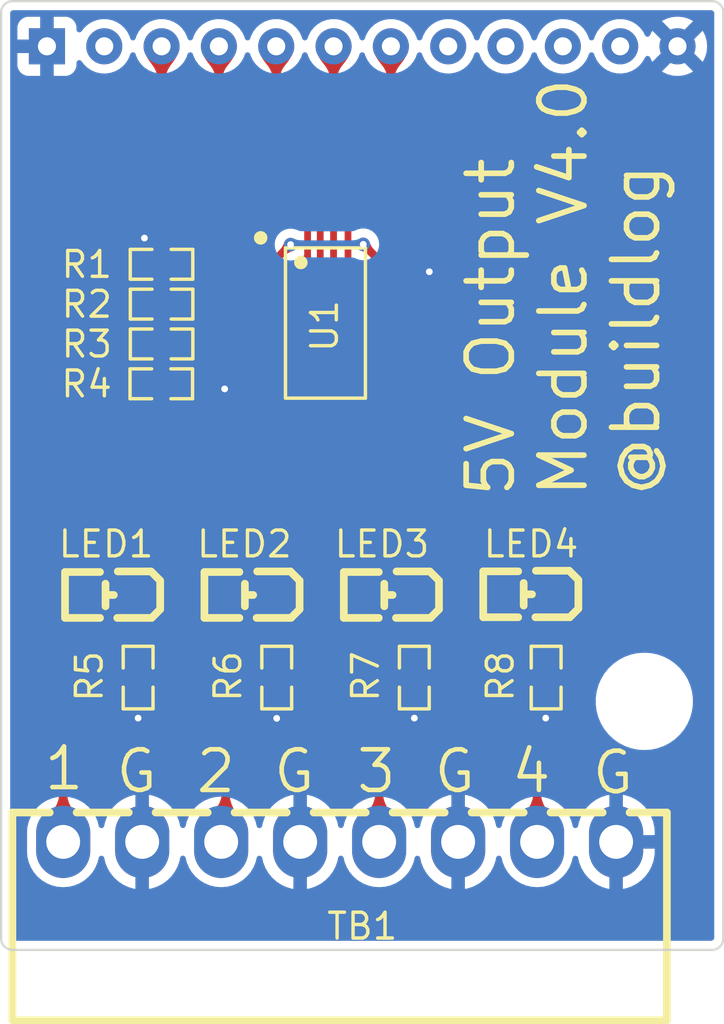
<source format=kicad_pcb>
(kicad_pcb (version 20211014) (generator pcbnew)
  (layers (0 "F.Cu" signal) (31 "B.Cu" signal) (34 "B.Paste" user) (35 "F.Paste" user) (36 "B.SilkS" user "B.Silkscreen") (37 "F.SilkS" user "F.Silkscreen") (38 "B.Mask" user) (39 "F.Mask" user) (44 "Edge.Cuts" user))
  (net 0 "")
  (net 1 "OUT2")
  (net 2 "OUT4")
  (net 3 "OUT1")
  (net 4 "+5V")
  (net 5 "GND")
  (net 6 "OUT3")
  (net 7 "U1_17")
  (net 8 "U1_15")
  (net 9 "U1_16")
  (net 10 "U1_18")
  (net 11 "LED1_2")
  (net 12 "LED4_2")
  (net 13 "LED3_2")
  (net 14 "LED2_2")
  (footprint "easyeda:R0603" (layer "F.Cu") (at 141.8767 108.928663 90)
    (fp_text reference "R6")
    (fp_text value "5.1kΩ" hide)
  )
  (footprint "easyeda:LED0805-R-RD" (layer "F.Cu") (at 146.8422 105.272663 180)
    (fp_text reference "LED3")
    (fp_text value "SZYY0805G" hide)
  )
  (footprint "easyeda:R0603" (layer "F.Cu") (at 136.7747 94.159329)
    (fp_text reference "R3")
    (fp_text value "10kΩ" hide)
  )
  (footprint "easyeda:R0603" (layer "F.Cu") (at 147.9727 108.928663 -90)
    (fp_text reference "R7")
    (fp_text value "5.1kΩ" hide)
  )
  (footprint "easyeda:CONN-TH_8P-P3.50_KF2EDGR-3.5-8P" (layer "F.Cu") (at 144.6647 116.202663)
    (fp_text reference "TB1")
    (fp_text value "KF2EDGR-3.5-8P" hide)
  )
  (footprint "easyeda:R0603" (layer "F.Cu") (at 136.7617 95.922663)
    (fp_text reference "R4")
    (fp_text value "10kΩ" hide)
  )
  (footprint "easyeda:LED0805-R-RD" (layer "F.Cu") (at 153.0187 105.242663 180)
    (fp_text reference "LED4")
    (fp_text value "SZYY0805G" hide)
  )
  (footprint "easyeda:R0603" (layer "F.Cu") (at 136.7717 90.632663)
    (fp_text reference "R1")
    (fp_text value "10kΩ" hide)
  )
  (footprint "easyeda:R0603" (layer "F.Cu") (at 135.7347 108.928663 90)
    (fp_text reference "R5")
    (fp_text value "5.1kΩ" hide)
  )
  (footprint "easyeda:LED0805-R-RD" (layer "F.Cu") (at 140.6657 105.272663 180)
    (fp_text reference "LED2")
    (fp_text value "SZYY0805G" hide)
  )
  (footprint "easyeda:LED0805-R-RD" (layer "F.Cu") (at 134.4892 105.272663 180)
    (fp_text reference "LED1")
    (fp_text value "SZYY0805G" hide)
  )
  (footprint "easyeda:R0603" (layer "F.Cu") (at 153.8147 108.928663 -90)
    (fp_text reference "R8")
    (fp_text value "5.1kΩ" hide)
  )
  (footprint "easyeda:TSSOP-20_L6.5-W4.4-P0.65-LS6.4-BL" (layer "F.Cu") (at 144.0347 93.232663 -90)
    (fp_text reference "U1")
    (fp_text value "MC74ACT245DTR2G" hide)
  )
  (footprint "easyeda:6 PACK MODULE PCB BOTTOM_3D" (layer "F.Cu") (at 159.6347 80.982663)
    (fp_text reference "MOD1" hide)
    (fp_text value "6 Pack Module Pins Bottom 3D" hide)
    (fp_line (start -29.47 40) (end 1.53 40) (layer "Edge.Cuts") (width 0.1))
    (fp_line (start -29.97 -1.5) (end -29.97 39.5) (layer "Edge.Cuts") (width 0.1))
    (fp_line (start 2.03 39.5) (end 2.03 -1.5) (layer "Edge.Cuts") (width 0.1))
    (fp_line (start 1.53 -2) (end -29.47 -2) (layer "Edge.Cuts") (width 0.1))
    (fp_arc (start -29.47 40) (mid -29.823553 39.853553) (end -29.97 39.5) (layer "Edge.Cuts") (width 0.1))
    (fp_arc (start 1.53 -2) (mid 1.883553 -1.853553) (end 2.03 -1.5) (layer "Edge.Cuts") (width 0.1))
    (fp_arc (start -29.97 -1.5) (mid -29.823553 -1.853553) (end -29.47 -2) (layer "Edge.Cuts") (width 0.1))
    (fp_arc (start 2.03 39.5) (mid 1.883553 39.853553) (end 1.53 40) (layer "Edge.Cuts") (width 0.1))
  )
  (footprint "easyeda:R0603" (layer "F.Cu") (at 136.7747 92.395996)
    (fp_text reference "R2")
    (fp_text value "10kΩ" hide)
  )
  (gr_text "G" (at 134.635 113.08) (layer "F.SilkS") (effects (font (size 1.8 1.8) (thickness 0.203)) (justify left)))
  (gr_text "3" (at 145.303 113.08) (layer "F.SilkS") (effects (font (size 1.8 1.8) (thickness 0.203)) (justify left)))
  (gr_text "5V Output \nModule V4.0 \n@buildlog" (at 154.5767 101.054663 90) (layer "F.SilkS") (effects (font (size 2 2) (thickness 0.25)) (justify left)))
  (gr_text "4" (at 152.161 113.08) (layer "F.SilkS") (effects (font (size 1.8 1.8) (thickness 0.203)) (justify left)))
  (gr_text "2" (at 138.191 113.08) (layer "F.SilkS") (effects (font (size 1.8 1.8) (thickness 0.203)) (justify left)))
  (gr_text "G" (at 148.732 113.08) (layer "F.SilkS") (effects (font (size 1.8 1.8) (thickness 0.203)) (justify left)))
  (gr_text "1" (at 131.46 112.953) (layer "F.SilkS") (effects (font (size 1.8 1.8) (thickness 0.203)) (justify left)))
  (gr_text "G" (at 155.74 113.14) (layer "F.SilkS") (effects (font (size 1.8 1.8) (thickness 0.203)) (justify left)))
  (gr_text "G" (at 141.62 113.08) (layer "F.SilkS") (effects (font (size 1.8 1.8) (thickness 0.203)) (justify left)))
  (segment (start 143.8047 90.522663) (end 143.8047 86.372663) (width 0.3) (layer "F.Cu") (net 1))
  (segment (start 141.1637 91.607663) (end 142.7197 91.607663) (width 0.3) (layer "F.Cu") (net 1))
  (segment (start 138.821367 92.395996) (end 139.6097 91.607663) (width 0.3) (layer "F.Cu") (net 1))
  (segment (start 143.8047 86.372663) (end 141.8547 84.422663) (width 0.3) (layer "F.Cu") (net 1))
  (segment (start 142.7197 91.607663) (end 143.8047 90.522663) (width 0.3) (layer "F.Cu") (net 1))
  (segment (start 141.8547 84.422663) (end 141.8547 80.982663) (width 0.3) (layer "F.Cu") (net 1))
  (segment (start 139.6097 91.607663) (end 141.1637 91.607663) (width 0.3) (layer "F.Cu") (net 1))
  (segment (start 137.5277 92.395996) (end 138.821367 92.395996) (width 0.3) (layer "F.Cu") (net 1))
  (segment (start 139.6947 93.542663) (end 140.3297 92.907663) (width 0.3) (layer "F.Cu") (net 2))
  (segment (start 140.3297 92.907663) (end 141.1637 92.907663) (width 0.3) (layer "F.Cu") (net 2))
  (segment (start 146.9347 80.982663) (end 146.9347 84.292663) (width 0.3) (layer "F.Cu") (net 2))
  (segment (start 137.5147 95.922663) (end 138.1547 95.922663) (width 0.3) (layer "F.Cu") (net 2))
  (segment (start 145.0347 91.102663) (end 143.2297 92.907663) (width 0.3) (layer "F.Cu") (net 2))
  (segment (start 138.1547 95.922663) (end 139.6947 94.382663) (width 0.3) (layer "F.Cu") (net 2))
  (segment (start 145.0347 86.192663) (end 145.0347 91.102663) (width 0.3) (layer "F.Cu") (net 2))
  (segment (start 143.2297 92.907663) (end 141.1637 92.907663) (width 0.3) (layer "F.Cu") (net 2))
  (segment (start 139.6947 94.382663) (end 139.6947 93.542663) (width 0.3) (layer "F.Cu") (net 2))
  (segment (start 146.9347 84.292663) (end 145.0347 86.192663) (width 0.3) (layer "F.Cu") (net 2))
  (segment (start 139.1747 90.632663) (end 139.4997 90.957663) (width 0.3) (layer "F.Cu") (net 3))
  (segment (start 137.5247 90.632663) (end 139.1747 90.632663) (width 0.3) (layer "F.Cu") (net 3))
  (segment (start 143.2447 90.292663) (end 142.5797 90.957663) (width 0.3) (layer "F.Cu") (net 3))
  (segment (start 139.4997 90.957663) (end 141.1637 90.957663) (width 0.3) (layer "F.Cu") (net 3))
  (segment (start 143.2447 88.572663) (end 143.2447 90.292663) (width 0.3) (layer "F.Cu") (net 3))
  (segment (start 139.3147 80.982663) (end 139.3147 84.642663) (width 0.3) (layer "F.Cu") (net 3))
  (segment (start 139.3147 84.642663) (end 143.2447 88.572663) (width 0.3) (layer "F.Cu") (net 3))
  (segment (start 142.5797 90.957663) (end 141.1637 90.957663) (width 0.3) (layer "F.Cu") (net 3))
  (segment (start 141.1637 90.307663) (end 141.942337 90.307663) (width 0.35) (layer "F.Cu") (net 4))
  (segment (start 146.257663 90.297663) (end 145.71 89.75) (width 0.35) (layer "F.Cu") (net 4))
  (segment (start 139.7497 90.307663) (end 136.7747 87.332663) (width 0.35) (layer "F.Cu") (net 4))
  (segment (start 141.1637 90.307663) (end 139.7497 90.307663) (width 0.35) (layer "F.Cu") (net 4))
  (segment (start 146.9057 90.307663) (end 146.267663 90.307663) (width 0.25) (layer "F.Cu") (net 4))
  (segment (start 136.7747 87.332663) (end 136.7747 80.982663) (width 0.35) (layer "F.Cu") (net 4))
  (segment (start 141.942337 90.307663) (end 142.49 89.76) (width 0.35) (layer "F.Cu") (net 4))
  (segment (start 146.267663 90.307663) (end 146.257663 90.297663) (width 0.25) (layer "F.Cu") (net 4))
  (via (at 142.49 89.76) (size 0.6) (drill 0.3) (layers "F.Cu" "B.Cu") (net 4))
  (via (at 145.71 89.75) (size 0.6) (drill 0.3) (layers "F.Cu" "B.Cu") (net 4))
  (segment (start 145.71 89.75) (end 142.5 89.75) (width 0.35) (layer "B.Cu") (net 4))
  (segment (start 142.5 89.75) (end 142.49 89.76) (width 0.35) (layer "B.Cu") (net 4))
  (segment (start 135.7347 109.681663) (end 135.7347 110.722663) (width 0.3) (layer "F.Cu") (net 5))
  (segment (start 136.0087 95.922663) (end 136.0087 94.172329) (width 0.3) (layer "F.Cu") (net 5))
  (segment (start 147.9747 109.682163) (end 147.9747 110.723163) (width 0.3) (layer "F.Cu") (net 5))
  (segment (start 136.0217 92.395996) (end 136.0217 90.635663) (width 0.3) (layer "F.Cu") (net 5))
  (segment (start 141.179234 96.15) (end 139.489234 96.15) (width 0.3) (layer "F.Cu") (net 5))
  (segment (start 136.0087 94.172329) (end 136.0217 94.159329) (width 0.3) (layer "F.Cu") (net 5))
  (segment (start 153.7947 109.682163) (end 153.7947 110.723163) (width 0.3) (layer "F.Cu") (net 5))
  (segment (start 141.1637 96.157663) (end 141.1637 93.557663) (width 0.3) (layer "F.Cu") (net 5))
  (segment (start 136.0087 90.642663) (end 136.0187 90.632663) (width 0.3) (layer "F.Cu") (net 5))
  (segment (start 141.8747 109.692163) (end 141.8747 110.733163) (width 0.3) (layer "F.Cu") (net 5))
  (segment (start 136.0217 90.635663) (end 136.0187 90.632663) (width 0.3) (layer "F.Cu") (net 5))
  (segment (start 146.787794 90.957509) (end 148.631794 90.957509) (width 0.25) (layer "F.Cu") (net 5))
  (segment (start 136.0217 94.159329) (end 136.0217 92.395996) (width 0.3) (layer "F.Cu") (net 5))
  (segment (start 148.631794 90.957509) (end 148.636794 90.962509) (width 0.25) (layer "F.Cu") (net 5))
  (segment (start 136.0147 90.512663) (end 136.0147 89.471663) (width 0.3) (layer "F.Cu") (net 5))
  (via (at 147.9747 110.723163) (size 0.6) (drill 0.3) (layers "F.Cu" "B.Cu") (net 5))
  (via (at 153.7947 110.723163) (size 0.6) (drill 0.3) (layers "F.Cu" "B.Cu") (net 5))
  (via (at 136.0147 89.471663) (size 0.6) (drill 0.3) (layers "F.Cu" "B.Cu") (net 5))
  (via (at 135.7347 110.722663) (size 0.6) (drill 0.3) (layers "F.Cu" "B.Cu") (net 5))
  (via (at 139.569234 96.15) (size 0.6) (drill 0.3) (layers "F.Cu" "B.Cu") (net 5))
  (via (at 141.8747 110.733163) (size 0.6) (drill 0.3) (layers "F.Cu" "B.Cu") (net 5))
  (via (at 148.636794 90.962509) (size 0.6) (drill 0.3) (layers "F.Cu" "B.Cu") (net 5))
  (segment (start 137.5277 94.159329) (end 138.108034 94.159329) (width 0.3) (layer "F.Cu") (net 6))
  (segment (start 144.3947 90.822663) (end 142.9597 92.257663) (width 0.3) (layer "F.Cu") (net 6))
  (segment (start 140.0097 92.257663) (end 141.1637 92.257663) (width 0.3) (layer "F.Cu") (net 6))
  (segment (start 144.3947 80.982663) (end 144.3947 90.822663) (width 0.3) (layer "F.Cu") (net 6))
  (segment (start 138.108034 94.159329) (end 140.0097 92.257663) (width 0.3) (layer "F.Cu") (net 6))
  (segment (start 142.9597 92.257663) (end 141.1637 92.257663) (width 0.3) (layer "F.Cu") (net 6))
  (segment (start 143.8047 94.162663) (end 145.7097 92.257663) (width 0.3) (layer "F.Cu") (net 7))
  (segment (start 139.6157 116.001663) (end 139.6157 105.086663) (width 0.3) (layer "F.Cu") (net 7))
  (segment (start 145.7097 92.257663) (end 146.9057 92.257663) (width 0.3) (layer "F.Cu") (net 7))
  (segment (start 139.4147 116.202663) (end 139.6157 116.001663) (width 0.3) (layer "F.Cu") (net 7))
  (segment (start 143.8047 100.897663) (end 143.8047 94.162663) (width 0.3) (layer "F.Cu") (net 7))
  (segment (start 139.6157 105.086663) (end 143.8047 100.897663) (width 0.3) (layer "F.Cu") (net 7))
  (segment (start 151.9687 105.056663) (end 151.9687 111.936663) (width 0.3) (layer "F.Cu") (net 8))
  (segment (start 151.9687 105.029663) (end 145.0347 98.095663) (width 0.3) (layer "F.Cu") (net 8))
  (segment (start 145.0347 94.621663) (end 146.0987 93.557663) (width 0.3) (layer "F.Cu") (net 8))
  (segment (start 151.9687 111.936663) (end 153.4147 113.382663) (width 0.3) (layer "F.Cu") (net 8))
  (segment (start 153.4147 113.382663) (end 153.4147 116.202663) (width 0.3) (layer "F.Cu") (net 8))
  (segment (start 145.0347 98.095663) (end 145.0347 94.621663) (width 0.3) (layer "F.Cu") (net 8))
  (segment (start 151.9687 105.215663) (end 151.9687 105.242663) (width 0.3) (layer "F.Cu") (net 8))
  (segment (start 146.0987 93.557663) (end 146.9057 93.557663) (width 0.3) (layer "F.Cu") (net 8))
  (segment (start 146.4147 113.422663) (end 145.7922 112.800163) (width 0.3) (layer "F.Cu") (net 9))
  (segment (start 145.8697 92.907663) (end 146.9057 92.907663) (width 0.3) (layer "F.Cu") (net 9))
  (segment (start 146.4147 116.202663) (end 146.4147 113.422663) (width 0.3) (layer "F.Cu") (net 9))
  (segment (start 144.4347 94.342663) (end 145.8697 92.907663) (width 0.3) (layer "F.Cu") (net 9))
  (segment (start 145.7922 112.800163) (end 145.7922 105.080163) (width 0.3) (layer "F.Cu") (net 9))
  (segment (start 145.7922 105.080163) (end 144.4347 103.722663) (width 0.3) (layer "F.Cu") (net 9))
  (segment (start 144.4347 103.722663) (end 144.4347 94.342663) (width 0.3) (layer "F.Cu") (net 9))
  (segment (start 143.1847 93.892663) (end 145.4697 91.607663) (width 0.3) (layer "F.Cu") (net 10))
  (segment (start 132.4147 116.202663) (end 132.4147 113.362663) (width 0.3) (layer "F.Cu") (net 10))
  (segment (start 133.4392 112.338163) (end 133.4392 105.086663) (width 0.3) (layer "F.Cu") (net 10))
  (segment (start 145.4697 91.607663) (end 146.9057 91.607663) (width 0.3) (layer "F.Cu") (net 10))
  (segment (start 132.4147 113.362663) (end 133.4392 112.338163) (width 0.3) (layer "F.Cu") (net 10))
  (segment (start 139.2347 102.082663) (end 143.1847 98.132663) (width 0.3) (layer "F.Cu") (net 10))
  (segment (start 136.4432 102.082663) (end 139.2347 102.082663) (width 0.3) (layer "F.Cu") (net 10))
  (segment (start 143.1847 98.132663) (end 143.1847 93.892663) (width 0.3) (layer "F.Cu") (net 10))
  (segment (start 133.4392 105.086663) (end 136.4432 102.082663) (width 0.3) (layer "F.Cu") (net 10))
  (segment (start 135.7347 105.468163) (end 135.5392 105.272663) (width 0.3) (layer "F.Cu") (net 11))
  (segment (start 135.7347 108.175663) (end 135.7347 105.282163) (width 0.3) (layer "F.Cu") (net 11))
  (segment (start 154.0687 107.921663) (end 153.8147 108.175663) (width 0.3) (layer "F.Cu") (net 12))
  (segment (start 154.0687 105.056663) (end 154.0687 107.921663) (width 0.3) (layer "F.Cu") (net 12))
  (segment (start 147.9727 108.175663) (end 147.9727 105.167163) (width 0.3) (layer "F.Cu") (net 13))
  (segment (start 147.9727 105.353163) (end 147.8922 105.272663) (width 0.3) (layer "F.Cu") (net 13))
  (segment (start 141.8767 108.175663) (end 141.8767 105.247663) (width 0.3) (layer "F.Cu") (net 14))
  (segment (start 141.8767 105.433663) (end 141.7157 105.272663) (width 0.3) (layer "F.Cu") (net 14))
  (zone (net 14) (net_name "LED2_2") (layer "F.Cu") (priority 16962) (connect_pads yes (clearance 0)) (min_thickness 0.0254) (fill yes (thermal_gap 0.508) (thermal_bridge_width 0.508))
    (polygon (pts (xy 141.7267 107.372663) (xy 141.724021 107.463945) (xy 141.716231 107.541031) (xy 141.703696 107.606865) (xy 141.686785 107.664392) (xy 141.665864 107.716557) (xy 141.641303 107.766303) (xy 141.613468 107.816576) (xy 141.582728 107.87032) (xy 141.549449 107.93048) (xy 141.514 108) (xy 141.8767 108.377163) (xy 142.2394 108) (xy 142.20395 107.93048) (xy 142.170671 107.87032) (xy 142.139931 107.816576) (xy 142.112096 107.766303) (xy 142.087535 107.716557) (xy 142.066614 107.664392) (xy 142.049703 107.606865) (xy 142.037168 107.541031) (xy 142.029378 107.463945) (xy 142.0267 107.372663)))
  )
  (zone (net 2) (net_name "OUT4") (layer "F.Cu") (priority 16962) (connect_pads yes (clearance 0)) (min_thickness 0.0254) (fill yes (thermal_gap 0.508) (thermal_bridge_width 0.508))
    (polygon (pts (xy 138.170963 95.694268) (xy 138.119731 95.735848) (xy 138.071355 95.756826) (xy 138.025029 95.760343) (xy 137.979945 95.749542) (xy 137.935297 95.727563) (xy 137.890278 95.697548) (xy 137.844082 95.662639) (xy 137.795902 95.625978) (xy 137.744931 95.590705) (xy 137.690363 95.559963) (xy 137.3132 95.922663) (xy 137.799664 96.207627) (xy 137.857157 96.158035) (xy 137.912998 96.123641) (xy 137.967878 96.100368) (xy 138.022486 96.08414) (xy 138.077512 96.07088) (xy 138.133648 96.05651) (xy 138.191584 96.036954) (xy 138.25201 96.008135) (xy 138.315617 95.965976) (xy 138.383095 95.9064)))
  )
  (zone (net 1) (net_name "OUT2") (layer "F.Cu") (priority 16962) (connect_pads yes (clearance 0)) (min_thickness 0.0254) (fill yes (thermal_gap 0.508) (thermal_bridge_width 0.508))
    (polygon (pts (xy 138.3307 92.245996) (xy 138.239417 92.243317) (xy 138.162331 92.235527) (xy 138.096497 92.222992) (xy 138.03897 92.206081) (xy 137.986805 92.18516) (xy 137.937059 92.160599) (xy 137.886786 92.132764) (xy 137.833042 92.102024) (xy 137.772882 92.068745) (xy 137.703363 92.033296) (xy 137.3262 92.395996) (xy 137.703363 92.758696) (xy 137.772882 92.723246) (xy 137.833042 92.689967) (xy 137.886786 92.659227) (xy 137.937059 92.631392) (xy 137.986805 92.606831) (xy 138.03897 92.58591) (xy 138.096497 92.568999) (xy 138.162331 92.556464) (xy 138.239417 92.548674) (xy 138.3307 92.545996)))
  )
  (zone (net 8) (net_name "U1_15") (layer "F.Cu") (priority 16962) (connect_pads yes (clearance 0)) (min_thickness 0.0254) (fill yes (thermal_gap 0.508) (thermal_bridge_width 0.508))
    (polygon (pts (xy 146.5437 93.707663) (xy 146.584517 93.707331) (xy 146.622162 93.706544) (xy 146.656779 93.705616) (xy 146.688511 93.70486) (xy 146.717502 93.704588) (xy 146.743896 93.705114) (xy 146.767836 93.706752) (xy 146.789466 93.709813) (xy 146.808929 93.714613) (xy 146.826369 93.721463) (xy 146.9967 93.557663) (xy 146.826369 93.393863) (xy 146.808929 93.400712) (xy 146.789466 93.405512) (xy 146.767836 93.408573) (xy 146.743896 93.410211) (xy 146.717502 93.410737) (xy 146.688511 93.410465) (xy 146.656779 93.409709) (xy 146.622162 93.408781) (xy 146.584517 93.407994) (xy 146.5437 93.407663)))
  )
  (zone (net 5) (net_name "GND") (layer "F.Cu") (priority 16962) (connect_pads yes (clearance 0)) (min_thickness 0.0254) (fill yes (thermal_gap 0.508) (thermal_bridge_width 0.508))
    (polygon (pts (xy 141.3137 93.919663) (xy 141.313368 93.878845) (xy 141.312581 93.8412) (xy 141.311653 93.806583) (xy 141.310897 93.774851) (xy 141.310625 93.74586) (xy 141.311151 93.719466) (xy 141.312789 93.695526) (xy 141.31585 93.673896) (xy 141.32065 93.654433) (xy 141.3275 93.636994) (xy 141.1637 93.466663) (xy 140.9999 93.636994) (xy 141.006749 93.654433) (xy 141.011549 93.673896) (xy 141.01461 93.695526) (xy 141.016248 93.719466) (xy 141.016774 93.74586) (xy 141.016502 93.774851) (xy 141.015746 93.806583) (xy 141.014818 93.8412) (xy 141.014031 93.878845) (xy 141.0137 93.919663)))
  )
  (zone (net 5) (net_name "GND") (layer "F.Cu") (priority 16962) (connect_pads yes (clearance 0)) (min_thickness 0.0254) (fill yes (thermal_gap 0.508) (thermal_bridge_width 0.508))
    (polygon (pts (xy 135.8647 89.819663) (xy 135.862078 89.912641) (xy 135.854444 89.991212) (xy 135.842142 90.058372) (xy 135.825516 90.117115) (xy 135.804913 90.170436) (xy 135.780677 90.221331) (xy 135.753153 90.272794) (xy 135.722686 90.327821) (xy 135.689621 90.389407) (xy 135.654304 90.460547) (xy 136.020665 90.834153) (xy 136.379669 90.45347) (xy 136.343252 90.383524) (xy 136.309276 90.322914) (xy 136.278069 90.268686) (xy 136.249959 90.217885) (xy 136.225274 90.167558) (xy 136.204342 90.114752) (xy 136.18749 90.056513) (xy 136.175047 89.989887) (xy 136.167341 89.911922) (xy 136.1647 89.819663)))
  )
  (zone (net 1) (net_name "OUT2") (layer "F.Cu") (priority 16962) (connect_pads yes (clearance 0)) (min_thickness 0.0254) (fill yes (thermal_gap 0.508) (thermal_bridge_width 0.508))
    (polygon (pts (xy 142.0047 82.572663) (xy 142.013611 82.386502) (xy 142.038918 82.233059) (xy 142.078481 82.105234) (xy 142.130156 81.995927) (xy 142.191805 81.898038) (xy 142.261285 81.804468) (xy 142.336455 81.708116) (xy 142.415175 81.601883) (xy 142.495304 81.478669) (xy 142.5747 81.331374) (xy 141.8547 80.582663) (xy 141.1347 81.331374) (xy 141.214095 81.478669) (xy 141.294224 81.601883) (xy 141.372944 81.708116) (xy 141.448114 81.804468) (xy 141.517594 81.898038) (xy 141.579243 81.995927) (xy 141.630918 82.105234) (xy 141.670481 82.233059) (xy 141.695788 82.386502) (xy 141.7047 82.572663)))
  )
  (zone (net 5) (net_name "GND") (layer "F.Cu") (priority 16962) (connect_pads yes (clearance 0)) (min_thickness 0.0254) (fill yes (thermal_gap 0.508) (thermal_bridge_width 0.508))
    (polygon (pts (xy 148.041794 91.082509) (xy 148.108509 91.084209) (xy 148.165166 91.089212) (xy 148.213808 91.097368) (xy 148.256477 91.108529) (xy 148.295217 91.122545) (xy 148.33207 91.139268) (xy 148.369079 91.158549) (xy 148.408286 91.18024) (xy 148.451736 91.204191) (xy 148.501471 91.230254) (xy 148.786772 90.965051) (xy 148.510622 90.690332) (xy 148.459362 90.715055) (xy 148.414669 90.737897) (xy 148.374446 90.758686) (xy 148.336593 90.777254) (xy 148.299014 90.79343) (xy 148.25961 90.807046) (xy 148.216284 90.817932) (xy 148.166937 90.825917) (xy 148.109473 90.830832) (xy 148.041794 90.832509)))
  )
  (zone (net 6) (net_name "OUT3") (layer "F.Cu") (priority 16962) (connect_pads yes (clearance 0)) (min_thickness 0.0254) (fill yes (thermal_gap 0.508) (thermal_bridge_width 0.508))
    (polygon (pts (xy 140.8017 92.407663) (xy 140.842517 92.407331) (xy 140.880162 92.406544) (xy 140.914779 92.405616) (xy 140.946511 92.40486) (xy 140.975502 92.404588) (xy 141.001896 92.405114) (xy 141.025836 92.406752) (xy 141.047466 92.409813) (xy 141.066929 92.414613) (xy 141.084369 92.421463) (xy 141.2547 92.257663) (xy 141.084369 92.093863) (xy 141.066929 92.100712) (xy 141.047466 92.105512) (xy 141.025836 92.108573) (xy 141.001896 92.110211) (xy 140.975502 92.110737) (xy 140.946511 92.110465) (xy 140.914779 92.109709) (xy 140.880162 92.108781) (xy 140.842517 92.107994) (xy 140.8017 92.107663)))
  )
  (zone (net 5) (net_name "GND") (layer "F.Cu") (priority 16962) (connect_pads yes (clearance 0)) (min_thickness 0.0254) (fill yes (thermal_gap 0.508) (thermal_bridge_width 0.508))
    (polygon (pts (xy 153.6447 110.133163) (xy 153.643574 110.199078) (xy 153.640164 110.255652) (xy 153.634421 110.304723) (xy 153.626294 110.348126) (xy 153.615734 110.387699) (xy 153.602691 110.425278) (xy 153.587116 110.462701) (xy 153.568959 110.501803) (xy 153.54817 110.544423) (xy 153.5247 110.592397) (xy 153.7947 110.873163) (xy 154.0647 110.592397) (xy 154.041229 110.544423) (xy 154.02044 110.501803) (xy 154.002283 110.462701) (xy 153.986708 110.425278) (xy 153.973665 110.387699) (xy 153.963105 110.348126) (xy 153.954978 110.304723) (xy 153.949235 110.255652) (xy 153.945825 110.199078) (xy 153.9447 110.133163)))
  )
  (zone (net 11) (net_name "LED1_2") (layer "F.Cu") (priority 16962) (connect_pads yes (clearance 0)) (min_thickness 0.0254) (fill yes (thermal_gap 0.508) (thermal_bridge_width 0.508))
    (polygon (pts (xy 135.8847 106.242163) (xy 135.88838 106.110945) (xy 135.89847 106.000326) (xy 135.91354 105.905674) (xy 135.93216 105.822353) (xy 135.952901 105.745729) (xy 135.974334 105.671169) (xy 135.99503 105.594038) (xy 136.01356 105.509702) (xy 136.028494 105.413527) (xy 136.038403 105.300879) (xy 135.443099 105.041872) (xy 135.207556 105.646844) (xy 135.27304 105.702679) (xy 135.333572 105.751857) (xy 135.388696 105.797181) (xy 135.437953 105.841458) (xy 135.480887 105.88749) (xy 135.51704 105.938084) (xy 135.545955 105.996043) (xy 135.567175 106.064173) (xy 135.580242 106.145278) (xy 135.5847 106.242163)))
  )
  (zone (net 5) (net_name "GND") (layer "F.Cu") (priority 16962) (connect_pads yes (clearance 0)) (min_thickness 0.0254) (fill yes (thermal_gap 0.508) (thermal_bridge_width 0.508))
    (polygon (pts (xy 135.8717 91.592996) (xy 135.869021 91.684278) (xy 135.861231 91.761364) (xy 135.848696 91.827198) (xy 135.831785 91.884725) (xy 135.810864 91.93689) (xy 135.786303 91.986636) (xy 135.758468 92.036909) (xy 135.727728 92.090653) (xy 135.694449 92.150813) (xy 135.659 92.220333) (xy 136.0217 92.597496) (xy 136.3844 92.220333) (xy 136.34895 92.150813) (xy 136.315671 92.090653) (xy 136.284931 92.036909) (xy 136.257096 91.986636) (xy 136.232535 91.93689) (xy 136.211614 91.884725) (xy 136.194703 91.827198) (xy 136.182168 91.761364) (xy 136.174378 91.684278) (xy 136.1717 91.592996)))
  )
  (zone (net 11) (net_name "LED1_2") (layer "F.Cu") (priority 16962) (connect_pads yes (clearance 0)) (min_thickness 0.0254) (fill yes (thermal_gap 0.508) (thermal_bridge_width 0.508))
    (polygon (pts (xy 135.5847 107.372663) (xy 135.582021 107.463945) (xy 135.574231 107.541031) (xy 135.561696 107.606865) (xy 135.544785 107.664392) (xy 135.523864 107.716557) (xy 135.499303 107.766303) (xy 135.471468 107.816576) (xy 135.440728 107.87032) (xy 135.407449 107.93048) (xy 135.372 108) (xy 135.7347 108.377163) (xy 136.0974 108) (xy 136.06195 107.93048) (xy 136.028671 107.87032) (xy 135.997931 107.816576) (xy 135.970096 107.766303) (xy 135.945535 107.716557) (xy 135.924614 107.664392) (xy 135.907703 107.606865) (xy 135.895168 107.541031) (xy 135.887378 107.463945) (xy 135.8847 107.372663)))
  )
  (zone (net 6) (net_name "OUT3") (layer "F.Cu") (priority 16962) (connect_pads yes (clearance 0)) (min_thickness 0.0254) (fill yes (thermal_gap 0.508) (thermal_bridge_width 0.508))
    (polygon (pts (xy 141.5257 92.107663) (xy 141.484882 92.107994) (xy 141.447237 92.108781) (xy 141.41262 92.109709) (xy 141.380888 92.110465) (xy 141.351897 92.110737) (xy 141.325503 92.110211) (xy 141.301563 92.108573) (xy 141.279933 92.105512) (xy 141.26047 92.100712) (xy 141.243031 92.093863) (xy 141.0727 92.257663) (xy 141.243031 92.421463) (xy 141.26047 92.414613) (xy 141.279933 92.409813) (xy 141.301563 92.406752) (xy 141.325503 92.405114) (xy 141.351897 92.404588) (xy 141.380888 92.40486) (xy 141.41262 92.405616) (xy 141.447237 92.406544) (xy 141.484882 92.407331) (xy 141.5257 92.407663)))
  )
  (zone (net 5) (net_name "GND") (layer "F.Cu") (priority 16962) (connect_pads yes (clearance 0)) (min_thickness 0.0254) (fill yes (thermal_gap 0.508) (thermal_bridge_width 0.508))
    (polygon (pts (xy 147.8247 110.133163) (xy 147.823574 110.199078) (xy 147.820164 110.255652) (xy 147.814421 110.304723) (xy 147.806294 110.348126) (xy 147.795734 110.387699) (xy 147.782691 110.425278) (xy 147.767116 110.462701) (xy 147.748959 110.501803) (xy 147.72817 110.544423) (xy 147.7047 110.592397) (xy 147.9747 110.873163) (xy 148.2447 110.592397) (xy 148.221229 110.544423) (xy 148.20044 110.501803) (xy 148.182283 110.462701) (xy 148.166708 110.425278) (xy 148.153665 110.387699) (xy 148.143105 110.348126) (xy 148.134978 110.304723) (xy 148.129235 110.255652) (xy 148.125825 110.199078) (xy 148.1247 110.133163)))
  )
  (zone (net 2) (net_name "OUT4") (layer "F.Cu") (priority 16962) (connect_pads yes (clearance 0)) (min_thickness 0.0254) (fill yes (thermal_gap 0.508) (thermal_bridge_width 0.508))
    (polygon (pts (xy 141.5257 92.757663) (xy 141.484882 92.757994) (xy 141.447237 92.758781) (xy 141.41262 92.759709) (xy 141.380888 92.760465) (xy 141.351897 92.760737) (xy 141.325503 92.760211) (xy 141.301563 92.758573) (xy 141.279933 92.755512) (xy 141.26047 92.750712) (xy 141.243031 92.743863) (xy 141.0727 92.907663) (xy 141.243031 93.071463) (xy 141.26047 93.064613) (xy 141.279933 93.059813) (xy 141.301563 93.056752) (xy 141.325503 93.055114) (xy 141.351897 93.054588) (xy 141.380888 93.05486) (xy 141.41262 93.055616) (xy 141.447237 93.056544) (xy 141.484882 93.057331) (xy 141.5257 93.057663)))
  )
  (zone (net 5) (net_name "GND") (layer "F.Cu") (priority 16962) (connect_pads yes (clearance 0)) (min_thickness 0.0254) (fill yes (thermal_gap 0.508) (thermal_bridge_width 0.508))
    (polygon (pts (xy 140.817234 96.3) (xy 140.854784 96.299769) (xy 140.889456 96.299258) (xy 140.921361 96.298738) (xy 140.950615 96.29848) (xy 140.97733 96.298754) (xy 141.001622 96.299831) (xy 141.023604 96.301983) (xy 141.04339 96.30548) (xy 141.061094 96.310593) (xy 141.076831 96.317593) (xy 141.254601 96.161898) (xy 141.092078 95.990349) (xy 141.074847 95.996289) (xy 141.055761 96.000313) (xy 141.034659 96.002724) (xy 141.011384 96.003827) (xy 140.985777 96.003925) (xy 140.957681 96.003323) (xy 140.926937 96.002325) (xy 140.893386 96.001236) (xy 140.856871 96.000359) (xy 140.817234 96)))
  )
  (zone (net 5) (net_name "GND") (layer "F.Cu") (priority 16962) (connect_pads yes (clearance 0)) (min_thickness 0.0254) (fill yes (thermal_gap 0.508) (thermal_bridge_width 0.508))
    (polygon (pts (xy 141.7247 110.143163) (xy 141.723574 110.209078) (xy 141.720164 110.265652) (xy 141.714421 110.314723) (xy 141.706294 110.358126) (xy 141.695734 110.397699) (xy 141.682691 110.435278) (xy 141.667116 110.472701) (xy 141.648959 110.511803) (xy 141.62817 110.554423) (xy 141.6047 110.602397) (xy 141.8747 110.883163) (xy 142.1447 110.602397) (xy 142.121229 110.554423) (xy 142.10044 110.511803) (xy 142.082283 110.472701) (xy 142.066708 110.435278) (xy 142.053665 110.397699) (xy 142.043105 110.358126) (xy 142.034978 110.314723) (xy 142.029235 110.265652) (xy 142.025825 110.209078) (xy 142.0247 110.143163)))
  )
  (zone (net 5) (net_name "GND") (layer "F.Cu") (priority 16962) (connect_pads yes (clearance 0)) (min_thickness 0.0254) (fill yes (thermal_gap 0.508) (thermal_bridge_width 0.508))
    (polygon (pts (xy 136.1587 94.965329) (xy 136.161392 94.874822) (xy 136.169251 94.79837) (xy 136.181945 94.733088) (xy 136.199147 94.676091) (xy 136.220525 94.624496) (xy 136.245752 94.575418) (xy 136.274497 94.525973) (xy 136.30643 94.473277) (xy 136.341224 94.414446) (xy 136.378547 94.346595) (xy 136.028196 93.957934) (xy 135.653525 94.323207) (xy 135.68727 94.394993) (xy 135.71911 94.457039) (xy 135.748658 94.512367) (xy 135.775525 94.563997) (xy 135.799323 94.614952) (xy 135.819664 94.668252) (xy 135.83616 94.726918) (xy 135.848423 94.793972) (xy 135.856066 94.872435) (xy 135.8587 94.965329)))
  )
  (zone (net 10) (net_name "U1_18") (layer "F.Cu") (priority 16962) (connect_pads yes (clearance 0)) (min_thickness 0.0254) (fill yes (thermal_gap 0.508) (thermal_bridge_width 0.508))
    (polygon (pts (xy 146.5437 91.757663) (xy 146.584517 91.757331) (xy 146.622162 91.756544) (xy 146.656779 91.755616) (xy 146.688511 91.75486) (xy 146.717502 91.754588) (xy 146.743896 91.755114) (xy 146.767836 91.756752) (xy 146.789466 91.759813) (xy 146.808929 91.764613) (xy 146.826369 91.771463) (xy 146.9967 91.607663) (xy 146.826369 91.443863) (xy 146.808929 91.450712) (xy 146.789466 91.455512) (xy 146.767836 91.458573) (xy 146.743896 91.460211) (xy 146.717502 91.460737) (xy 146.688511 91.460465) (xy 146.656779 91.459709) (xy 146.622162 91.458781) (xy 146.584517 91.457994) (xy 146.5437 91.457663)))
  )
  (zone (net 13) (net_name "LED3_2") (layer "F.Cu") (priority 16962) (connect_pads yes (clearance 0)) (min_thickness 0.0254) (fill yes (thermal_gap 0.508) (thermal_bridge_width 0.508))
    (polygon (pts (xy 147.8227 107.372663) (xy 147.820021 107.463945) (xy 147.812231 107.541031) (xy 147.799696 107.606865) (xy 147.782785 107.664392) (xy 147.761864 107.716557) (xy 147.737303 107.766303) (xy 147.709468 107.816576) (xy 147.678728 107.87032) (xy 147.645449 107.93048) (xy 147.61 108) (xy 147.9727 108.377163) (xy 148.3354 108) (xy 148.29995 107.93048) (xy 148.266671 107.87032) (xy 148.235931 107.816576) (xy 148.208096 107.766303) (xy 148.183535 107.716557) (xy 148.162614 107.664392) (xy 148.145703 107.606865) (xy 148.133168 107.541031) (xy 148.125378 107.463945) (xy 148.1227 107.372663)))
  )
  (zone (net 9) (net_name "U1_16") (layer "F.Cu") (priority 16962) (connect_pads yes (clearance 0)) (min_thickness 0.0254) (fill yes (thermal_gap 0.508) (thermal_bridge_width 0.508))
    (polygon (pts (xy 145.9422 106.070163) (xy 145.947308 105.981441) (xy 145.961696 105.908755) (xy 145.983958 105.848655) (xy 146.012689 105.797692) (xy 146.046483 105.752416) (xy 146.083934 105.709378) (xy 146.123637 105.665127) (xy 146.164186 105.616215) (xy 146.204175 105.559191) (xy 146.2422 105.490607) (xy 145.7922 105.022663) (xy 145.3422 105.490607) (xy 145.380224 105.559191) (xy 145.420213 105.616215) (xy 145.460762 105.665127) (xy 145.500465 105.709378) (xy 145.537916 105.752416) (xy 145.57171 105.797692) (xy 145.600441 105.848655) (xy 145.622703 105.908755) (xy 145.637091 105.981441) (xy 145.6422 106.070163)))
  )
  (zone (net 7) (net_name "U1_17") (layer "F.Cu") (priority 16962) (connect_pads yes (clearance 0)) (min_thickness 0.0254) (fill yes (thermal_gap 0.508) (thermal_bridge_width 0.508))
    (polygon (pts (xy 140.117745 104.372486) (xy 140.025492 104.459283) (xy 139.942629 104.526888) (xy 139.866802 104.579316) (xy 139.795653 104.620586) (xy 139.726828 104.654714) (xy 139.65797 104.685716) (xy 139.586725 104.717611) (xy 139.510736 104.754416) (xy 139.427647 104.800146) (xy 139.335104 104.858821) (xy 139.490626 105.489126) (xy 140.114371 105.309088) (xy 140.118924 105.217511) (xy 140.120191 105.135337) (xy 140.12082 105.060634) (xy 140.123461 104.99147) (xy 140.130761 104.925912) (xy 140.145371 104.86203) (xy 140.169938 104.797891) (xy 140.207113 104.731564) (xy 140.259542 104.661117) (xy 140.329877 104.584618)))
  )
  (zone (net 7) (net_name "U1_17") (layer "F.Cu") (priority 16962) (connect_pads yes (clearance 0)) (min_thickness 0.0254) (fill yes (thermal_gap 0.508) (thermal_bridge_width 0.508))
    (polygon (pts (xy 139.7657 106.076663) (xy 139.770779 105.987117) (xy 139.785092 105.913683) (xy 139.807254 105.852898) (xy 139.835878 105.801298) (xy 139.869578 105.755418) (xy 139.906967 105.711796) (xy 139.94666 105.666968) (xy 139.987271 105.617469) (xy 140.027413 105.559837) (xy 140.0657 105.490607) (xy 139.6157 105.022663) (xy 139.1657 105.490607) (xy 139.203986 105.559837) (xy 139.244128 105.617469) (xy 139.284739 105.666968) (xy 139.324432 105.711796) (xy 139.361821 105.755418) (xy 139.395521 105.801298) (xy 139.424145 105.852898) (xy 139.446307 105.913683) (xy 139.46062 105.987117) (xy 139.4657 106.076663)))
  )
  (zone (net 6) (net_name "OUT3") (layer "F.Cu") (priority 16962) (connect_pads yes (clearance 0)) (min_thickness 0.0254) (fill yes (thermal_gap 0.508) (thermal_bridge_width 0.508))
    (polygon (pts (xy 138.166487 93.888744) (xy 138.117774 93.929068) (xy 138.071364 93.951577) (xy 138.026592 93.958822) (xy 137.982795 93.953358) (xy 137.93931 93.937736) (xy 137.895475 93.91451) (xy 137.850625 93.886233) (xy 137.804099 93.855459) (xy 137.755232 93.82474) (xy 137.703363 93.796629) (xy 137.3262 94.159329) (xy 137.812664 94.444293) (xy 137.870006 94.393181) (xy 137.924613 94.355487) (xy 137.977449 94.327575) (xy 138.029477 94.305812) (xy 138.08166 94.286565) (xy 138.134962 94.266199) (xy 138.190345 94.241081) (xy 138.248773 94.207577) (xy 138.31121 94.162053) (xy 138.378619 94.100876)))
  )
  (zone (net 5) (net_name "GND") (layer "F.Cu") (priority 16962) (connect_pads yes (clearance 0)) (min_thickness 0.0254) (fill yes (thermal_gap 0.508) (thermal_bridge_width 0.508))
    (polygon (pts (xy 136.1717 93.198996) (xy 136.174378 93.107713) (xy 136.182168 93.030627) (xy 136.194703 92.964793) (xy 136.211614 92.907266) (xy 136.232535 92.855101) (xy 136.257096 92.805355) (xy 136.284931 92.755082) (xy 136.315671 92.701338) (xy 136.34895 92.641178) (xy 136.3844 92.571659) (xy 136.0217 92.194496) (xy 135.659 92.571659) (xy 135.694449 92.641178) (xy 135.727728 92.701338) (xy 135.758468 92.755082) (xy 135.786303 92.805355) (xy 135.810864 92.855101) (xy 135.831785 92.907266) (xy 135.848696 92.964793) (xy 135.861231 93.030627) (xy 135.869021 93.107713) (xy 135.8717 93.198996)))
  )
  (zone (net 5) (net_name "GND") (layer "F.Cu") (priority 16962) (connect_pads yes (clearance 0)) (min_thickness 0.0254) (fill yes (thermal_gap 0.508) (thermal_bridge_width 0.508))
    (polygon (pts (xy 135.8717 93.356329) (xy 135.869021 93.447611) (xy 135.861231 93.524697) (xy 135.848696 93.590531) (xy 135.831785 93.648058) (xy 135.810864 93.700223) (xy 135.786303 93.749969) (xy 135.758468 93.800242) (xy 135.727728 93.853986) (xy 135.694449 93.914146) (xy 135.659 93.983666) (xy 136.0217 94.360829) (xy 136.3844 93.983666) (xy 136.34895 93.914146) (xy 136.315671 93.853986) (xy 136.284931 93.800242) (xy 136.257096 93.749969) (xy 136.232535 93.700223) (xy 136.211614 93.648058) (xy 136.194703 93.590531) (xy 136.182168 93.524697) (xy 136.174378 93.447611) (xy 136.1717 93.356329)))
  )
  (zone (net 8) (net_name "U1_15") (layer "F.Cu") (priority 16962) (connect_pads yes (clearance 0)) (min_thickness 0.0254) (fill yes (thermal_gap 0.508) (thermal_bridge_width 0.508))
    (polygon (pts (xy 153.2647 113.812663) (xy 153.24953 114.095909) (xy 153.206632 114.32748) (xy 153.139916 114.518708) (xy 153.053296 114.680924) (xy 152.950684 114.825462) (xy 152.835994 114.963653) (xy 152.713137 115.106829) (xy 152.586028 115.266324) (xy 152.458577 115.453468) (xy 152.3347 115.679596) (xy 153.4147 116.802663) (xy 154.4947 115.679596) (xy 154.370822 115.453468) (xy 154.243371 115.266324) (xy 154.116262 115.106829) (xy 153.993405 114.963653) (xy 153.878715 114.825462) (xy 153.776103 114.680924) (xy 153.689483 114.518708) (xy 153.622767 114.32748) (xy 153.579869 114.095909) (xy 153.5647 113.812663)))
  )
  (zone (net 5) (net_name "GND") (layer "F.Cu") (priority 16962) (connect_pads yes (clearance 0)) (min_thickness 0.0254) (fill yes (thermal_gap 0.508) (thermal_bridge_width 0.508))
    (polygon (pts (xy 148.1247 110.485163) (xy 148.127371 110.393628) (xy 148.13514 110.316326) (xy 148.147634 110.250301) (xy 148.164483 110.192596) (xy 148.185316 110.140255) (xy 148.209763 110.090319) (xy 148.237452 110.039834) (xy 148.268014 109.985843) (xy 148.301078 109.925387) (xy 148.336272 109.855513) (xy 147.971694 109.480166) (xy 147.610882 109.859135) (xy 147.646626 109.928401) (xy 147.680143 109.988359) (xy 147.711071 110.041943) (xy 147.739048 110.09209) (xy 147.763713 110.141734) (xy 147.784704 110.193812) (xy 147.80166 110.251258) (xy 147.814219 110.317008) (xy 147.822019 110.393998) (xy 147.8247 110.485163)))
  )
  (zone (net 10) (net_name "U1_18") (layer "F.Cu") (priority 16962) (connect_pads yes (clearance 0)) (min_thickness 0.0254) (fill yes (thermal_gap 0.508) (thermal_bridge_width 0.508))
    (polygon (pts (xy 133.5892 106.076663) (xy 133.594279 105.987117) (xy 133.608592 105.913683) (xy 133.630754 105.852898) (xy 133.659378 105.801298) (xy 133.693078 105.755418) (xy 133.730467 105.711796) (xy 133.77016 105.666968) (xy 133.810771 105.617469) (xy 133.850913 105.559837) (xy 133.8892 105.490607) (xy 133.4392 105.022663) (xy 132.9892 105.490607) (xy 133.027486 105.559837) (xy 133.067628 105.617469) (xy 133.108239 105.666968) (xy 133.147932 105.711796) (xy 133.185321 105.755418) (xy 133.219021 105.801298) (xy 133.247645 105.852898) (xy 133.269807 105.913683) (xy 133.28412 105.987117) (xy 133.2892 106.076663)))
  )
  (zone (net 10) (net_name "U1_18") (layer "F.Cu") (priority 16962) (connect_pads yes (clearance 0)) (min_thickness 0.0254) (fill yes (thermal_gap 0.508) (thermal_bridge_width 0.508))
    (polygon (pts (xy 133.941245 104.372486) (xy 133.848992 104.459283) (xy 133.766129 104.526888) (xy 133.690302 104.579316) (xy 133.619153 104.620586) (xy 133.550328 104.654714) (xy 133.48147 104.685716) (xy 133.410225 104.717611) (xy 133.334236 104.754416) (xy 133.251147 104.800146) (xy 133.158604 104.858821) (xy 133.314126 105.489126) (xy 133.937871 105.309088) (xy 133.942424 105.217511) (xy 133.943691 105.135337) (xy 133.94432 105.060634) (xy 133.946961 104.99147) (xy 133.954261 104.925912) (xy 133.968871 104.86203) (xy 133.993438 104.797891) (xy 134.030613 104.731564) (xy 134.083042 104.661117) (xy 134.153377 104.584618)))
  )
  (zone (net 10) (net_name "U1_18") (layer "F.Cu") (priority 16962) (connect_pads yes (clearance 0)) (min_thickness 0.0254) (fill yes (thermal_gap 0.508) (thermal_bridge_width 0.508))
    (polygon (pts (xy 132.2647 113.812663) (xy 132.24953 114.095909) (xy 132.206632 114.32748) (xy 132.139916 114.518708) (xy 132.053296 114.680924) (xy 131.950684 114.825462) (xy 131.835994 114.963653) (xy 131.713137 115.106829) (xy 131.586028 115.266324) (xy 131.458577 115.453468) (xy 131.3347 115.679596) (xy 132.4147 116.802663) (xy 133.4947 115.679596) (xy 133.370822 115.453468) (xy 133.243371 115.266324) (xy 133.116262 115.106829) (xy 132.993405 114.963653) (xy 132.878715 114.825462) (xy 132.776103 114.680924) (xy 132.689483 114.518708) (xy 132.622767 114.32748) (xy 132.579869 114.095909) (xy 132.5647 113.812663)))
  )
  (zone (net 5) (net_name "GND") (layer "F.Cu") (priority 16962) (connect_pads yes (clearance 0)) (min_thickness 0.0254) (fill yes (thermal_gap 0.508) (thermal_bridge_width 0.508))
    (polygon (pts (xy 135.5847 110.132663) (xy 135.583574 110.198578) (xy 135.580164 110.255152) (xy 135.574421 110.304223) (xy 135.566294 110.347626) (xy 135.555734 110.387199) (xy 135.542691 110.424778) (xy 135.527116 110.462201) (xy 135.508959 110.501303) (xy 135.48817 110.543923) (xy 135.4647 110.591897) (xy 135.7347 110.872663) (xy 136.0047 110.591897) (xy 135.981229 110.543923) (xy 135.96044 110.501303) (xy 135.942283 110.462201) (xy 135.926708 110.424778) (xy 135.913665 110.387199) (xy 135.903105 110.347626) (xy 135.894978 110.304223) (xy 135.889235 110.255152) (xy 135.885825 110.198578) (xy 135.8847 110.132663)))
  )
  (zone (net 6) (net_name "OUT3") (layer "F.Cu") (priority 16962) (connect_pads yes (clearance 0)) (min_thickness 0.0254) (fill yes (thermal_gap 0.508) (thermal_bridge_width 0.508))
    (polygon (pts (xy 144.5447 82.572663) (xy 144.553611 82.386502) (xy 144.578918 82.233059) (xy 144.618481 82.105234) (xy 144.670156 81.995927) (xy 144.731805 81.898038) (xy 144.801285 81.804468) (xy 144.876455 81.708116) (xy 144.955175 81.601883) (xy 145.035304 81.478669) (xy 145.1147 81.331374) (xy 144.3947 80.582663) (xy 143.6747 81.331374) (xy 143.754095 81.478669) (xy 143.834224 81.601883) (xy 143.912944 81.708116) (xy 143.988114 81.804468) (xy 144.057594 81.898038) (xy 144.119243 81.995927) (xy 144.170918 82.105234) (xy 144.210481 82.233059) (xy 144.235788 82.386502) (xy 144.2447 82.572663)))
  )
  (zone (net 5) (net_name "GND") (layer "F.Cu") (priority 16962) (connect_pads yes (clearance 0)) (min_thickness 0.0254) (fill yes (thermal_gap 0.508) (thermal_bridge_width 0.508))
    (polygon (pts (xy 147.149794 90.832509) (xy 147.125958 90.832097) (xy 147.105034 90.830873) (xy 147.086539 90.828852) (xy 147.069991 90.826049) (xy 147.054909 90.822479) (xy 147.04081 90.818157) (xy 147.027215 90.8131) (xy 147.01364 90.807323) (xy 146.999603 90.80084) (xy 146.984625 90.793667) (xy 146.814701 90.957888) (xy 146.985437 91.121265) (xy 147.000313 91.114061) (xy 147.014263 91.107565) (xy 147.027763 91.101789) (xy 147.041292 91.096745) (xy 147.055327 91.092444) (xy 147.070344 91.088899) (xy 147.086822 91.086121) (xy 147.105238 91.084122) (xy 147.126069 91.082914) (xy 147.149794 91.082509)))
  )
  (zone (net 3) (net_name "OUT1") (layer "F.Cu") (priority 16962) (connect_pads yes (clearance 0)) (min_thickness 0.0254) (fill yes (thermal_gap 0.508) (thermal_bridge_width 0.508))
    (polygon (pts (xy 140.8017 91.107663) (xy 140.842517 91.107331) (xy 140.880162 91.106544) (xy 140.914779 91.105616) (xy 140.946511 91.10486) (xy 140.975502 91.104588) (xy 141.001896 91.105114) (xy 141.025836 91.106752) (xy 141.047466 91.109813) (xy 141.066929 91.114613) (xy 141.084369 91.121463) (xy 141.2547 90.957663) (xy 141.084369 90.793863) (xy 141.066929 90.800712) (xy 141.047466 90.805512) (xy 141.025836 90.808573) (xy 141.001896 90.810211) (xy 140.975502 90.810737) (xy 140.946511 90.810465) (xy 140.914779 90.809709) (xy 140.880162 90.808781) (xy 140.842517 90.807994) (xy 140.8017 90.807663)))
  )
  (zone (net 5) (net_name "GND") (layer "F.Cu") (priority 16962) (connect_pads yes (clearance 0)) (min_thickness 0.0254) (fill yes (thermal_gap 0.508) (thermal_bridge_width 0.508))
    (polygon (pts (xy 141.0137 95.795663) (xy 141.014031 95.83648) (xy 141.014818 95.874125) (xy 141.015746 95.908742) (xy 141.016502 95.940474) (xy 141.016774 95.969465) (xy 141.016248 95.995859) (xy 141.01461 96.019799) (xy 141.011549 96.041429) (xy 141.006749 96.060892) (xy 140.9999 96.078332) (xy 141.1637 96.248663) (xy 141.3275 96.078332) (xy 141.32065 96.060892) (xy 141.31585 96.041429) (xy 141.312789 96.019799) (xy 141.311151 95.995859) (xy 141.310625 95.969465) (xy 141.310897 95.940474) (xy 141.311653 95.908742) (xy 141.312581 95.874125) (xy 141.313368 95.83648) (xy 141.3137 95.795663)))
  )
  (zone (net 9) (net_name "U1_16") (layer "F.Cu") (priority 16962) (connect_pads yes (clearance 0)) (min_thickness 0.0254) (fill yes (thermal_gap 0.508) (thermal_bridge_width 0.508))
    (polygon (pts (xy 146.2647 113.812663) (xy 146.24953 114.095909) (xy 146.206632 114.32748) (xy 146.139916 114.518708) (xy 146.053296 114.680924) (xy 145.950684 114.825462) (xy 145.835994 114.963653) (xy 145.713137 115.106829) (xy 145.586028 115.266324) (xy 145.458577 115.453468) (xy 145.3347 115.679596) (xy 146.4147 116.802663) (xy 147.4947 115.679596) (xy 147.370822 115.453468) (xy 147.243371 115.266324) (xy 147.116262 115.106829) (xy 146.993405 114.963653) (xy 146.878715 114.825462) (xy 146.776103 114.680924) (xy 146.689483 114.518708) (xy 146.622767 114.32748) (xy 146.579869 114.095909) (xy 146.5647 113.812663)))
  )
  (zone (net 5) (net_name "GND") (layer "F.Cu") (priority 16962) (connect_pads yes (clearance 0)) (min_thickness 0.0254) (fill yes (thermal_gap 0.508) (thermal_bridge_width 0.508))
    (polygon (pts (xy 135.8587 95.119663) (xy 135.856021 95.210945) (xy 135.848231 95.288031) (xy 135.835696 95.353865) (xy 135.818785 95.411392) (xy 135.797864 95.463557) (xy 135.773303 95.513303) (xy 135.745468 95.563576) (xy 135.714728 95.61732) (xy 135.681449 95.67748) (xy 135.646 95.747) (xy 136.0087 96.124163) (xy 136.3714 95.747) (xy 136.33595 95.67748) (xy 136.302671 95.61732) (xy 136.271931 95.563576) (xy 136.244096 95.513303) (xy 136.219535 95.463557) (xy 136.198614 95.411392) (xy 136.181703 95.353865) (xy 136.169168 95.288031) (xy 136.161378 95.210945) (xy 136.1587 95.119663)))
  )
  (zone (net 9) (net_name "U1_16") (layer "F.Cu") (priority 16962) (connect_pads yes (clearance 0)) (min_thickness 0.0254) (fill yes (thermal_gap 0.508) (thermal_bridge_width 0.508))
    (polygon (pts (xy 145.085094 104.585189) (xy 145.154622 104.660895) (xy 145.20635 104.730677) (xy 145.242891 104.796431) (xy 145.266862 104.860056) (xy 145.280876 104.923447) (xy 145.28755 104.988503) (xy 145.289498 105.057121) (xy 145.289336 105.131198) (xy 145.289678 105.212632) (xy 145.293141 105.30332) (xy 145.914763 105.490558) (xy 146.077563 104.862093) (xy 145.985751 104.802454) (xy 145.903216 104.755993) (xy 145.827625 104.718661) (xy 145.75665 104.686413) (xy 145.687959 104.655202) (xy 145.619223 104.62098) (xy 145.548112 104.579702) (xy 145.472296 104.527319) (xy 145.389444 104.459787) (xy 145.297226 104.373057)))
  )
  (zone (net 7) (net_name "U1_17") (layer "F.Cu") (priority 16962) (connect_pads yes (clearance 0)) (min_thickness 0.0254) (fill yes (thermal_gap 0.508) (thermal_bridge_width 0.508))
    (polygon (pts (xy 139.4657 113.811663) (xy 139.450635 114.080778) (xy 139.407563 114.300071) (xy 139.339669 114.479926) (xy 139.250135 114.630731) (xy 139.142146 114.762873) (xy 139.018885 114.886738) (xy 138.883537 115.012712) (xy 138.739285 115.151184) (xy 138.589313 115.312539) (xy 138.436805 115.507164) (xy 139.314853 116.794296) (xy 140.566685 115.866615) (xy 140.47779 115.611) (xy 140.378348 115.398705) (xy 140.273047 115.217662) (xy 140.166575 115.055801) (xy 140.06362 114.901056) (xy 139.968871 114.741357) (xy 139.887016 114.564636) (xy 139.822743 114.358826) (xy 139.780742 114.111857) (xy 139.7657 113.811663)))
  )
  (zone (net 5) (net_name "GND") (layer "F.Cu") (priority 16962) (connect_pads yes (clearance 0)) (min_thickness 0.0254) (fill yes (thermal_gap 0.508) (thermal_bridge_width 0.508))
    (polygon (pts (xy 136.1647 90.061663) (xy 136.165825 89.995747) (xy 136.169235 89.939173) (xy 136.174978 89.890102) (xy 136.183105 89.846699) (xy 136.193665 89.807126) (xy 136.206708 89.769547) (xy 136.222283 89.732124) (xy 136.24044 89.693022) (xy 136.261229 89.650402) (xy 136.2847 89.602429) (xy 136.0147 89.321663) (xy 135.7447 89.602429) (xy 135.76817 89.650402) (xy 135.788959 89.693022) (xy 135.807116 89.732124) (xy 135.822691 89.769547) (xy 135.835734 89.807126) (xy 135.846294 89.846699) (xy 135.854421 89.890102) (xy 135.860164 89.939173) (xy 135.863574 89.995747) (xy 135.8647 90.061663)))
  )
  (zone (net 3) (net_name "OUT1") (layer "F.Cu") (priority 16962) (connect_pads yes (clearance 0)) (min_thickness 0.0254) (fill yes (thermal_gap 0.508) (thermal_bridge_width 0.508))
    (polygon (pts (xy 141.5257 90.807663) (xy 141.484882 90.807994) (xy 141.447237 90.808781) (xy 141.41262 90.809709) (xy 141.380888 90.810465) (xy 141.351897 90.810737) (xy 141.325503 90.810211) (xy 141.301563 90.808573) (xy 141.279933 90.805512) (xy 141.26047 90.800712) (xy 141.243031 90.793863) (xy 141.0727 90.957663) (xy 141.243031 91.121463) (xy 141.26047 91.114613) (xy 141.279933 91.109813) (xy 141.301563 91.106752) (xy 141.325503 91.105114) (xy 141.351897 91.104588) (xy 141.380888 91.10486) (xy 141.41262 91.105616) (xy 141.447237 91.106544) (xy 141.484882 91.107331) (xy 141.5257 91.107663)))
  )
  (zone (net 4) (net_name "+5V") (layer "F.Cu") (priority 16962) (connect_pads yes (clearance 0)) (min_thickness 0.0254) (fill yes (thermal_gap 0.508) (thermal_bridge_width 0.508))
    (polygon (pts (xy 146.250935 90.043448) (xy 146.205013 89.99673) (xy 146.166096 89.955183) (xy 146.133239 89.917494) (xy 146.105494 89.882353) (xy 146.081915 89.848447) (xy 146.061556 89.814466) (xy 146.043469 89.779097) (xy 146.02671 89.741028) (xy 146.01033 89.698949) (xy 145.993385 89.651548) (xy 145.603934 89.643934) (xy 145.611548 90.033385) (xy 145.658949 90.05033) (xy 145.701028 90.06671) (xy 145.739097 90.083469) (xy 145.774466 90.101556) (xy 145.808447 90.121915) (xy 145.842353 90.145494) (xy 145.877494 90.173239) (xy 145.915183 90.206096) (xy 145.95673 90.245013) (xy 146.003448 90.290935)))
  )
  (zone (net 3) (net_name "OUT1") (layer "F.Cu") (priority 16962) (connect_pads yes (clearance 0)) (min_thickness 0.0254) (fill yes (thermal_gap 0.508) (thermal_bridge_width 0.508))
    (polygon (pts (xy 138.3277 90.482663) (xy 138.236417 90.479984) (xy 138.159331 90.472194) (xy 138.093497 90.459659) (xy 138.03597 90.442748) (xy 137.983805 90.421827) (xy 137.934059 90.397266) (xy 137.883786 90.369431) (xy 137.830042 90.338691) (xy 137.769882 90.305412) (xy 137.700363 90.269963) (xy 137.3232 90.632663) (xy 137.700363 90.995363) (xy 137.769882 90.959913) (xy 137.830042 90.926634) (xy 137.883786 90.895894) (xy 137.934059 90.868059) (xy 137.983805 90.843498) (xy 138.03597 90.822577) (xy 138.093497 90.805666) (xy 138.159331 90.793131) (xy 138.236417 90.785341) (xy 138.3277 90.782663)))
  )
  (zone (net 1) (net_name "OUT2") (layer "F.Cu") (priority 16962) (connect_pads yes (clearance 0)) (min_thickness 0.0254) (fill yes (thermal_gap 0.508) (thermal_bridge_width 0.508))
    (polygon (pts (xy 141.5257 91.457663) (xy 141.484882 91.457994) (xy 141.447237 91.458781) (xy 141.41262 91.459709) (xy 141.380888 91.460465) (xy 141.351897 91.460737) (xy 141.325503 91.460211) (xy 141.301563 91.458573) (xy 141.279933 91.455512) (xy 141.26047 91.450712) (xy 141.243031 91.443863) (xy 141.0727 91.607663) (xy 141.243031 91.771463) (xy 141.26047 91.764613) (xy 141.279933 91.759813) (xy 141.301563 91.756752) (xy 141.325503 91.755114) (xy 141.351897 91.754588) (xy 141.380888 91.75486) (xy 141.41262 91.755616) (xy 141.447237 91.756544) (xy 141.484882 91.757331) (xy 141.5257 91.757663)))
  )
  (zone (net 5) (net_name "GND") (layer "F.Cu") (priority 16962) (connect_pads yes (clearance 0)) (min_thickness 0.0254) (fill yes (thermal_gap 0.508) (thermal_bridge_width 0.508))
    (polygon (pts (xy 135.8847 110.484663) (xy 135.887378 110.39338) (xy 135.895168 110.316294) (xy 135.907703 110.25046) (xy 135.924614 110.192933) (xy 135.945535 110.140768) (xy 135.970096 110.091022) (xy 135.997931 110.040749) (xy 136.028671 109.987005) (xy 136.06195 109.926845) (xy 136.0974 109.857326) (xy 135.7347 109.480163) (xy 135.372 109.857326) (xy 135.407449 109.926845) (xy 135.440728 109.987005) (xy 135.471468 110.040749) (xy 135.499303 110.091022) (xy 135.523864 110.140768) (xy 135.544785 110.192933) (xy 135.561696 110.25046) (xy 135.574231 110.316294) (xy 135.582021 110.39338) (xy 135.5847 110.484663)))
  )
  (zone (net 12) (net_name "LED4_2") (layer "F.Cu") (priority 16962) (connect_pads yes (clearance 0)) (min_thickness 0.0254) (fill yes (thermal_gap 0.508) (thermal_bridge_width 0.508))
    (polygon (pts (xy 154.2187 106.046663) (xy 154.223779 105.957117) (xy 154.238092 105.883683) (xy 154.260254 105.822898) (xy 154.288878 105.771298) (xy 154.322578 105.725418) (xy 154.359967 105.681796) (xy 154.39966 105.636968) (xy 154.440271 105.587469) (xy 154.480413 105.529837) (xy 154.5187 105.460607) (xy 154.0687 104.992663) (xy 153.6187 105.460607) (xy 153.656986 105.529837) (xy 153.697128 105.587469) (xy 153.737739 105.636968) (xy 153.777432 105.681796) (xy 153.814821 105.725418) (xy 153.848521 105.771298) (xy 153.877145 105.822898) (xy 153.899307 105.883683) (xy 153.91362 105.957117) (xy 153.9187 106.046663)))
  )
  (zone (net 5) (net_name "GND") (layer "F.Cu") (priority 16962) (connect_pads yes (clearance 0)) (min_thickness 0.0254) (fill yes (thermal_gap 0.508) (thermal_bridge_width 0.508))
    (polygon (pts (xy 153.9447 110.485163) (xy 153.947416 110.395622) (xy 153.955353 110.319993) (xy 153.968188 110.255438) (xy 153.985599 110.199119) (xy 154.007266 110.148196) (xy 154.032868 110.099833) (xy 154.062082 110.051189) (xy 154.094587 109.999427) (xy 154.130062 109.941709) (xy 154.168187 109.875197) (xy 153.824749 109.480414) (xy 153.443691 109.839018) (xy 153.476308 109.911609) (xy 153.507245 109.974294) (xy 153.536089 110.030122) (xy 153.562426 110.082145) (xy 153.585845 110.133412) (xy 153.605931 110.186973) (xy 153.622273 110.245879) (xy 153.634457 110.313179) (xy 153.64207 110.391923) (xy 153.6447 110.485163)))
  )
  (zone (net 14) (net_name "LED2_2") (layer "F.Cu") (priority 16962) (connect_pads yes (clearance 0)) (min_thickness 0.0254) (fill yes (thermal_gap 0.508) (thermal_bridge_width 0.508))
    (polygon (pts (xy 142.0267 106.237663) (xy 142.030638 106.11052) (xy 142.041526 106.003591) (xy 142.057976 105.912338) (xy 142.078601 105.832225) (xy 142.10201 105.758714) (xy 142.126816 105.687267) (xy 142.15163 105.613348) (xy 142.175065 105.532418) (xy 142.195731 105.439942) (xy 142.21224 105.331381) (xy 141.633905 105.036423) (xy 141.361775 105.625843) (xy 141.424397 105.685872) (xy 141.482539 105.738264) (xy 141.535703 105.785981) (xy 141.583392 105.83198) (xy 141.625109 105.879222) (xy 141.660355 105.930667) (xy 141.688635 105.989274) (xy 141.70945 106.058002) (xy 141.722304 106.139812) (xy 141.7267 106.237663)))
  )
  (zone (net 9) (net_name "U1_16") (layer "F.Cu") (priority 16962) (connect_pads yes (clearance 0)) (min_thickness 0.0254) (fill yes (thermal_gap 0.508) (thermal_bridge_width 0.508))
    (polygon (pts (xy 146.5437 93.057663) (xy 146.584517 93.057331) (xy 146.622162 93.056544) (xy 146.656779 93.055616) (xy 146.688511 93.05486) (xy 146.717502 93.054588) (xy 146.743896 93.055114) (xy 146.767836 93.056752) (xy 146.789466 93.059813) (xy 146.808929 93.064613) (xy 146.826369 93.071463) (xy 146.9967 92.907663) (xy 146.826369 92.743863) (xy 146.808929 92.750712) (xy 146.789466 92.755512) (xy 146.767836 92.758573) (xy 146.743896 92.760211) (xy 146.717502 92.760737) (xy 146.688511 92.760465) (xy 146.656779 92.759709) (xy 146.622162 92.758781) (xy 146.584517 92.757994) (xy 146.5437 92.757663)))
  )
  (zone (net 1) (net_name "OUT2") (layer "F.Cu") (priority 16962) (connect_pads yes (clearance 0)) (min_thickness 0.0254) (fill yes (thermal_gap 0.508) (thermal_bridge_width 0.508))
    (polygon (pts (xy 140.8017 91.757663) (xy 140.842517 91.757331) (xy 140.880162 91.756544) (xy 140.914779 91.755616) (xy 140.946511 91.75486) (xy 140.975502 91.754588) (xy 141.001896 91.755114) (xy 141.025836 91.756752) (xy 141.047466 91.759813) (xy 141.066929 91.764613) (xy 141.084369 91.771463) (xy 141.2547 91.607663) (xy 141.084369 91.443863) (xy 141.066929 91.450712) (xy 141.047466 91.455512) (xy 141.025836 91.458573) (xy 141.001896 91.460211) (xy 140.975502 91.460737) (xy 140.946511 91.460465) (xy 140.914779 91.459709) (xy 140.880162 91.458781) (xy 140.842517 91.457994) (xy 140.8017 91.457663)))
  )
  (zone (net 2) (net_name "OUT4") (layer "F.Cu") (priority 16962) (connect_pads yes (clearance 0)) (min_thickness 0.0254) (fill yes (thermal_gap 0.508) (thermal_bridge_width 0.508))
    (polygon (pts (xy 140.8017 93.057663) (xy 140.842517 93.057331) (xy 140.880162 93.056544) (xy 140.914779 93.055616) (xy 140.946511 93.05486) (xy 140.975502 93.054588) (xy 141.001896 93.055114) (xy 141.025836 93.056752) (xy 141.047466 93.059813) (xy 141.066929 93.064613) (xy 141.084369 93.071463) (xy 141.2547 92.907663) (xy 141.084369 92.743863) (xy 141.066929 92.750712) (xy 141.047466 92.755512) (xy 141.025836 92.758573) (xy 141.001896 92.760211) (xy 140.975502 92.760737) (xy 140.946511 92.760465) (xy 140.914779 92.759709) (xy 140.880162 92.758781) (xy 140.842517 92.757994) (xy 140.8017 92.757663)))
  )
  (zone (net 5) (net_name "GND") (layer "F.Cu") (priority 16962) (connect_pads yes (clearance 0)) (min_thickness 0.0254) (fill yes (thermal_gap 0.508) (thermal_bridge_width 0.508))
    (polygon (pts (xy 136.1717 91.438663) (xy 136.174357 91.346703) (xy 136.182087 91.26903) (xy 136.194523 91.202673) (xy 136.211301 91.144664) (xy 136.232055 91.092032) (xy 136.256421 91.041809) (xy 136.284033 90.991026) (xy 136.314526 90.936713) (xy 136.347536 90.875901) (xy 136.382697 90.805621) (xy 136.017201 90.431169) (xy 135.657318 90.811021) (xy 135.693304 90.880392) (xy 135.726995 90.940462) (xy 135.758039 90.994168) (xy 135.786084 91.044446) (xy 135.81078 91.094236) (xy 135.831773 91.146474) (xy 135.848714 91.204098) (xy 135.861249 91.270045) (xy 135.869028 91.347254) (xy 135.8717 91.438663)))
  )
  (zone (net 5) (net_name "GND") (layer "F.Cu") (priority 16962) (connect_pads yes (clearance 0)) (min_thickness 0.0254) (fill yes (thermal_gap 0.508) (thermal_bridge_width 0.508))
    (polygon (pts (xy 140.079234 96) (xy 140.024153 95.998512) (xy 139.977169 95.994177) (xy 139.936675 95.987187) (xy 139.901066 95.977733) (xy 139.868734 95.966007) (xy 139.838072 95.9522) (xy 139.807475 95.936504) (xy 139.775334 95.919111) (xy 139.740045 95.900212) (xy 139.7 95.88) (xy 139.419234 96.15) (xy 139.7 96.42) (xy 139.740045 96.399787) (xy 139.775334 96.380888) (xy 139.807475 96.363495) (xy 139.838072 96.347799) (xy 139.868734 96.333992) (xy 139.901066 96.322266) (xy 139.936675 96.312812) (xy 139.977169 96.305822) (xy 140.024153 96.301487) (xy 140.079234 96.3)))
  )
  (zone (net 7) (net_name "U1_17") (layer "F.Cu") (priority 16962) (connect_pads yes (clearance 0)) (min_thickness 0.0254) (fill yes (thermal_gap 0.508) (thermal_bridge_width 0.508))
    (polygon (pts (xy 146.5437 92.407663) (xy 146.584517 92.407331) (xy 146.622162 92.406544) (xy 146.656779 92.405616) (xy 146.688511 92.40486) (xy 146.717502 92.404588) (xy 146.743896 92.405114) (xy 146.767836 92.406752) (xy 146.789466 92.409813) (xy 146.808929 92.414613) (xy 146.826369 92.421463) (xy 146.9967 92.257663) (xy 146.826369 92.093863) (xy 146.808929 92.100712) (xy 146.789466 92.105512) (xy 146.767836 92.108573) (xy 146.743896 92.110211) (xy 146.717502 92.110737) (xy 146.688511 92.110465) (xy 146.656779 92.109709) (xy 146.622162 92.108781) (xy 146.584517 92.107994) (xy 146.5437 92.107663)))
  )
  (zone (net 3) (net_name "OUT1") (layer "F.Cu") (priority 16962) (connect_pads yes (clearance 0)) (min_thickness 0.0254) (fill yes (thermal_gap 0.508) (thermal_bridge_width 0.508))
    (polygon (pts (xy 139.4647 82.572663) (xy 139.473611 82.386502) (xy 139.498918 82.233059) (xy 139.538481 82.105234) (xy 139.590156 81.995927) (xy 139.651805 81.898038) (xy 139.721285 81.804468) (xy 139.796455 81.708116) (xy 139.875175 81.601883) (xy 139.955304 81.478669) (xy 140.0347 81.331374) (xy 139.3147 80.582663) (xy 138.5947 81.331374) (xy 138.674095 81.478669) (xy 138.754224 81.601883) (xy 138.832944 81.708116) (xy 138.908114 81.804468) (xy 138.977594 81.898038) (xy 139.039243 81.995927) (xy 139.090918 82.105234) (xy 139.130481 82.233059) (xy 139.155788 82.386502) (xy 139.1647 82.572663)))
  )
  (zone (net 12) (net_name "LED4_2") (layer "F.Cu") (priority 16962) (connect_pads yes (clearance 0)) (min_thickness 0.0254) (fill yes (thermal_gap 0.508) (thermal_bridge_width 0.508))
    (polygon (pts (xy 153.9187 107.458663) (xy 153.915579 107.520708) (xy 153.906379 107.573495) (xy 153.891343 107.61826) (xy 153.870716 107.656242) (xy 153.844742 107.688677) (xy 153.813663 107.716804) (xy 153.777724 107.74186) (xy 153.73717 107.765083) (xy 153.692242 107.787711) (xy 153.643187 107.810982) (xy 153.687974 108.332324) (xy 154.2177 108.175663) (xy 154.217728 108.092027) (xy 154.217804 108.019775) (xy 154.217916 107.955632) (xy 154.218052 107.896324) (xy 154.2182 107.838577) (xy 154.218348 107.779117) (xy 154.218484 107.714669) (xy 154.218596 107.641961) (xy 154.218672 107.557716) (xy 154.2187 107.458663)))
  )
  (zone (net 5) (net_name "GND") (layer "F.Cu") (priority 16962) (connect_pads yes (clearance 0)) (min_thickness 0.0254) (fill yes (thermal_gap 0.508) (thermal_bridge_width 0.508))
    (polygon (pts (xy 142.0247 110.495163) (xy 142.027334 110.402658) (xy 142.035016 110.324482) (xy 142.047417 110.257672) (xy 142.064204 110.199259) (xy 142.085047 110.14628) (xy 142.109616 110.095769) (xy 142.137581 110.04476) (xy 142.16861 109.990287) (xy 142.202372 109.929386) (xy 142.238539 109.859091) (xy 141.877681 109.480166) (xy 141.513149 109.855557) (xy 141.548765 109.926449) (xy 141.582073 109.987838) (xy 141.612731 110.042709) (xy 141.640403 110.094049) (xy 141.664747 110.144844) (xy 141.685426 110.19808) (xy 141.702099 110.256743) (xy 141.714429 110.323821) (xy 141.722075 110.402299) (xy 141.7247 110.495163)))
  )
  (zone (net 13) (net_name "LED3_2") (layer "F.Cu") (priority 16962) (connect_pads yes (clearance 0)) (min_thickness 0.0254) (fill yes (thermal_gap 0.508) (thermal_bridge_width 0.508))
    (polygon (pts (xy 148.1227 106.157163) (xy 148.127573 106.047047) (xy 148.14116 105.955383) (xy 148.161907 105.878068) (xy 148.188265 105.810994) (xy 148.218679 105.750058) (xy 148.2516 105.691155) (xy 148.285476 105.630179) (xy 148.318754 105.563026) (xy 148.349882 105.48559) (xy 148.377311 105.393768) (xy 147.840971 105.027969) (xy 147.496411 105.578196) (xy 147.547839 105.640221) (xy 147.597177 105.693084) (xy 147.643642 105.739876) (xy 147.686451 105.78369) (xy 147.724821 105.827617) (xy 147.75797 105.874748) (xy 147.785115 105.928177) (xy 147.805474 105.990994) (xy 147.818263 106.066292) (xy 147.8227 106.157163)))
  )
  (zone (net 2) (net_name "OUT4") (layer "F.Cu") (priority 16962) (connect_pads yes (clearance 0)) (min_thickness 0.0254) (fill yes (thermal_gap 0.508) (thermal_bridge_width 0.508))
    (polygon (pts (xy 147.0847 82.572663) (xy 147.093611 82.386502) (xy 147.118918 82.233059) (xy 147.158481 82.105234) (xy 147.210156 81.995927) (xy 147.271805 81.898038) (xy 147.341285 81.804468) (xy 147.416455 81.708116) (xy 147.495175 81.601883) (xy 147.575304 81.478669) (xy 147.6547 81.331374) (xy 146.9347 80.582663) (xy 146.2147 81.331374) (xy 146.294095 81.478669) (xy 146.374224 81.601883) (xy 146.452944 81.708116) (xy 146.528114 81.804468) (xy 146.597594 81.898038) (xy 146.659243 81.995927) (xy 146.710918 82.105234) (xy 146.750481 82.233059) (xy 146.775788 82.386502) (xy 146.7847 82.572663)))
  )
  (zone (net 8) (net_name "U1_15") (layer "F.Cu") (priority 16962) (connect_pads yes (clearance 0)) (min_thickness 0.0254) (fill yes (thermal_gap 0.508) (thermal_bridge_width 0.508))
    (polygon (pts (xy 151.275736 104.548831) (xy 151.344032 104.623334) (xy 151.39469 104.692147) (xy 151.430242 104.757105) (xy 151.453222 104.820043) (xy 151.466162 104.882795) (xy 151.471596 104.947197) (xy 151.472057 105.015084) (xy 151.470079 105.08829) (xy 151.468194 105.168651) (xy 151.468936 105.258003) (xy 152.084524 105.464213) (xy 152.266517 104.841036) (xy 152.175964 104.778223) (xy 152.094388 104.729134) (xy 152.019479 104.689653) (xy 151.948929 104.655666) (xy 151.880428 104.623058) (xy 151.811669 104.587716) (xy 151.740342 104.545523) (xy 151.664138 104.492365) (xy 151.58075 104.424129) (xy 151.487868 104.336699)))
  )
  (zone (net 4) (net_name "+5V") (layer "F.Cu") (priority 16962) (connect_pads yes (clearance 0)) (min_thickness 0.0254) (fill yes (thermal_gap 0.508) (thermal_bridge_width 0.508))
    (polygon (pts (xy 142.196552 90.300935) (xy 142.243269 90.255013) (xy 142.284816 90.216096) (xy 142.322505 90.183239) (xy 142.357646 90.155494) (xy 142.391552 90.131915) (xy 142.425533 90.111556) (xy 142.460902 90.093469) (xy 142.498971 90.07671) (xy 142.54105 90.06033) (xy 142.588452 90.043385) (xy 142.596066 89.653934) (xy 142.206615 89.661548) (xy 142.189669 89.708949) (xy 142.173289 89.751028) (xy 142.15653 89.789097) (xy 142.138443 89.824466) (xy 142.118084 89.858447) (xy 142.094505 89.892353) (xy 142.06676 89.927494) (xy 142.033903 89.965183) (xy 141.994986 90.00673) (xy 141.949065 90.053448)))
  )
  (zone (net 8) (net_name "U1_15") (layer "F.Cu") (priority 16962) (connect_pads yes (clearance 0)) (min_thickness 0.0254) (fill yes (thermal_gap 0.508) (thermal_bridge_width 0.508))
    (polygon (pts (xy 152.1187 106.046663) (xy 152.123779 105.957117) (xy 152.138092 105.883683) (xy 152.160254 105.822898) (xy 152.188878 105.771298) (xy 152.222578 105.725418) (xy 152.259967 105.681796) (xy 152.29966 105.636968) (xy 152.340271 105.587469) (xy 152.380413 105.529837) (xy 152.4187 105.460607) (xy 151.9687 104.992663) (xy 151.5187 105.460607) (xy 151.556986 105.529837) (xy 151.597128 105.587469) (xy 151.637739 105.636968) (xy 151.677432 105.681796) (xy 151.714821 105.725418) (xy 151.748521 105.771298) (xy 151.777145 105.822898) (xy 151.799307 105.883683) (xy 151.81362 105.957117) (xy 151.8187 106.046663)))
  )
  (zone (net 4) (net_name "+5V") (layer "F.Cu") (priority 16962) (connect_pads yes (clearance 0)) (min_thickness 0.0254) (fill yes (thermal_gap 0.508) (thermal_bridge_width 0.508))
    (polygon (pts (xy 136.9497 82.572663) (xy 136.958003 82.387556) (xy 136.981646 82.234349) (xy 137.018725 82.106161) (xy 137.067339 81.996111) (xy 137.125584 81.897317) (xy 137.191559 81.802899) (xy 137.26336 81.705977) (xy 137.339086 81.599669) (xy 137.416833 81.477095) (xy 137.4947 81.331374) (xy 136.7747 80.582663) (xy 136.0547 81.331374) (xy 136.132566 81.477095) (xy 136.210313 81.599669) (xy 136.286039 81.705977) (xy 136.35784 81.802899) (xy 136.423815 81.897317) (xy 136.48206 81.996111) (xy 136.530674 82.106161) (xy 136.567753 82.234349) (xy 136.591396 82.387556) (xy 136.5997 82.572663)))
  )
  (zone (net 4) (net_name "+5V") (layer "F.Cu") (priority 16962) (connect_pads yes (clearance 0)) (min_thickness 0.0254) (fill yes (thermal_gap 0.508) (thermal_bridge_width 0.508))
    (polygon (pts (xy 146.5437 90.432663) (xy 146.583921 90.432606) (xy 146.619488 90.432634) (xy 146.651151 90.433043) (xy 146.679657 90.43413) (xy 146.705757 90.436189) (xy 146.730199 90.439519) (xy 146.753732 90.444415) (xy 146.777105 90.451173) (xy 146.801068 90.46009) (xy 146.826369 90.471463) (xy 146.9967 90.307663) (xy 146.826369 90.143863) (xy 146.801068 90.155235) (xy 146.777105 90.164152) (xy 146.753732 90.17091) (xy 146.730199 90.175806) (xy 146.705757 90.179136) (xy 146.679657 90.181195) (xy 146.651151 90.182282) (xy 146.619488 90.182691) (xy 146.583921 90.182719) (xy 146.5437 90.182663)))
  )
  (zone (net 5) (net_name "GND") (layer "B.Cu") (connect_pads (clearance 0.4)) (min_thickness 0.254) (fill yes (thermal_gap 0.508) (thermal_bridge_width 0.6))
    (polygon (pts (xy 129.933174 79.127) (xy 129.9297 120.677663) (xy 161.316679 120.677644) (xy 161.314679 79.162644)))
  )
  (zone (net 4) (net_name "+5V") (layer "B.Cu") (priority 16962) (connect_pads yes (clearance 0)) (min_thickness 0.0254) (fill yes (thermal_gap 0.508) (thermal_bridge_width 0.508))
    (polygon (pts (xy 143.09 89.575) (xy 143.022054 89.574527) (xy 142.963062 89.572922) (xy 142.911342 89.569906) (xy 142.865213 89.5652) (xy 142.822993 89.558522) (xy 142.783002 89.549595) (xy 142.743558 89.538138) (xy 142.70298 89.523872) (xy 142.659588 89.506517) (xy 142.611699 89.485794) (xy 142.340084 89.764997) (xy 142.629689 90.025493) (xy 142.674719 90.002421) (xy 142.715788 89.983029) (xy 142.754466 89.967022) (xy 142.79232 89.954105) (xy 142.83092 89.943984) (xy 142.871833 89.936364) (xy 142.916629 89.93095) (xy 142.966876 89.927448) (xy 143.024144 89.925562) (xy 143.09 89.925)))
  )
  (zone (net 4) (net_name "+5V") (layer "B.Cu") (priority 16962) (connect_pads yes (clearance 0)) (min_thickness 0.0254) (fill yes (thermal_gap 0.508) (thermal_bridge_width 0.508))
    (polygon (pts (xy 145.12 89.925) (xy 145.185506 89.925562) (xy 145.242403 89.927423) (xy 145.292287 89.930839) (xy 145.336754 89.936069) (xy 145.377402 89.943371) (xy 145.415827 89.953003) (xy 145.453626 89.965224) (xy 145.492396 89.980292) (xy 145.533733 89.998464) (xy 145.579234 90.02) (xy 145.86 89.75) (xy 145.579234 89.48) (xy 145.533733 89.501535) (xy 145.492396 89.519707) (xy 145.453626 89.534775) (xy 145.415827 89.546996) (xy 145.377402 89.556628) (xy 145.336754 89.56393) (xy 145.292287 89.56916) (xy 145.242403 89.572576) (xy 145.185506 89.574437) (xy 145.12 89.575)))
  )
)
</source>
